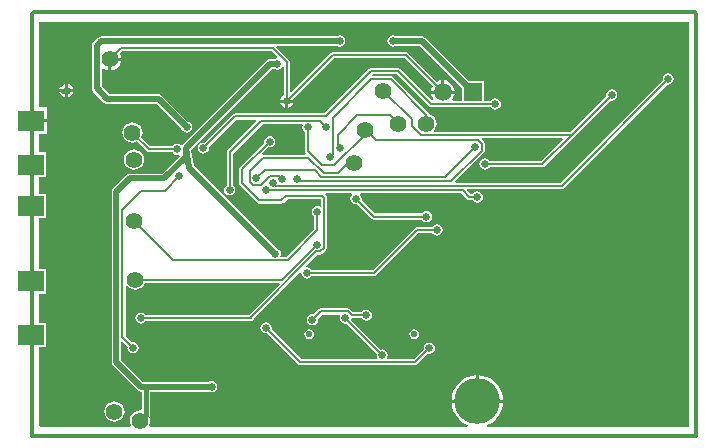
<source format=gbl>
G04 Layer_Physical_Order=2*
G04 Layer_Color=16711680*
%FSLAX25Y25*%
%MOIN*%
G70*
G01*
G75*
%ADD38C,0.00800*%
%ADD39C,0.01600*%
%ADD40C,0.02000*%
%ADD42C,0.01200*%
%ADD43R,0.09000X0.07000*%
%ADD44C,0.05512*%
%ADD45R,0.05906X0.05906*%
%ADD46C,0.05906*%
%ADD47C,0.02500*%
%ADD48C,0.02100*%
%ADD49C,0.15201*%
G36*
X325000Y102500D02*
X257829D01*
X257755Y103000D01*
X257807Y103016D01*
X259301Y103814D01*
X260611Y104889D01*
X261686Y106199D01*
X262484Y107693D01*
X262976Y109314D01*
X263093Y110500D01*
X245907D01*
X246024Y109314D01*
X246516Y107693D01*
X247314Y106199D01*
X248389Y104889D01*
X249699Y103814D01*
X251193Y103016D01*
X251245Y103000D01*
X251171Y102500D01*
X145277D01*
X145011Y103000D01*
X145270Y103624D01*
X145385Y104500D01*
X145270Y105376D01*
X145141Y105687D01*
X145319Y105954D01*
X145427Y106500D01*
X145427Y106500D01*
Y114169D01*
X165012D01*
X165178Y114057D01*
X165900Y113914D01*
X166622Y114057D01*
X167234Y114466D01*
X167643Y115078D01*
X167786Y115800D01*
X167643Y116522D01*
X167234Y117134D01*
X166622Y117543D01*
X165900Y117686D01*
X165178Y117543D01*
X165012Y117431D01*
X143176D01*
X135831Y124776D01*
Y130573D01*
X136293Y130765D01*
X137888Y129171D01*
X137814Y128800D01*
X137957Y128078D01*
X138366Y127466D01*
X138978Y127057D01*
X139700Y126914D01*
X140422Y127057D01*
X141034Y127466D01*
X141443Y128078D01*
X141586Y128800D01*
X141443Y129522D01*
X141034Y130134D01*
X140422Y130543D01*
X139700Y130686D01*
X139329Y130613D01*
X137220Y132722D01*
Y149441D01*
X137720Y149611D01*
X138107Y149107D01*
X138808Y148569D01*
X139624Y148231D01*
X140500Y148115D01*
X141376Y148231D01*
X142192Y148569D01*
X142894Y149107D01*
X143431Y149808D01*
X143710Y150480D01*
X188385D01*
X188576Y150019D01*
X178279Y139721D01*
X178211Y139620D01*
X143844D01*
X143634Y139934D01*
X143022Y140343D01*
X142300Y140486D01*
X141578Y140343D01*
X140966Y139934D01*
X140557Y139322D01*
X140414Y138600D01*
X140557Y137878D01*
X140966Y137266D01*
X141578Y136857D01*
X142300Y136714D01*
X143022Y136857D01*
X143634Y137266D01*
X143844Y137580D01*
X179000D01*
X179390Y137658D01*
X179721Y137879D01*
X179942Y138210D01*
X180014Y138572D01*
X195294Y153852D01*
X195648Y153700D01*
X195769Y153620D01*
X195907Y152929D01*
X196316Y152317D01*
X196928Y151908D01*
X197650Y151764D01*
X198371Y151908D01*
X198983Y152317D01*
X199193Y152631D01*
X220150D01*
X220540Y152708D01*
X220871Y152929D01*
X234922Y166980D01*
X239456D01*
X239666Y166666D01*
X240278Y166257D01*
X241000Y166114D01*
X241722Y166257D01*
X242334Y166666D01*
X242743Y167278D01*
X242886Y168000D01*
X242743Y168722D01*
X242334Y169334D01*
X241722Y169743D01*
X241000Y169886D01*
X240278Y169743D01*
X239666Y169334D01*
X239456Y169020D01*
X234499D01*
X234109Y168942D01*
X233778Y168721D01*
X219727Y154670D01*
X199193D01*
X198983Y154984D01*
X198371Y155393D01*
X197680Y155531D01*
X197600Y155652D01*
X197448Y156006D01*
X201272Y159830D01*
X201932D01*
X202322Y159908D01*
X202653Y160129D01*
X203971Y161447D01*
X204136Y161694D01*
X204221Y161779D01*
X204442Y162110D01*
X204520Y162500D01*
Y178600D01*
X204442Y178990D01*
X204221Y179321D01*
X203861Y179680D01*
X204069Y180180D01*
X212353D01*
X212564Y179680D01*
X212257Y179222D01*
X212114Y178500D01*
X212257Y177778D01*
X212666Y177166D01*
X213278Y176757D01*
X214000Y176614D01*
X214371Y176688D01*
X219279Y171779D01*
X219610Y171558D01*
X220000Y171480D01*
X235956D01*
X236166Y171166D01*
X236778Y170757D01*
X237500Y170614D01*
X238222Y170757D01*
X238834Y171166D01*
X239243Y171778D01*
X239386Y172500D01*
X239243Y173222D01*
X238834Y173834D01*
X238222Y174243D01*
X237500Y174386D01*
X236778Y174243D01*
X236166Y173834D01*
X235956Y173520D01*
X220422D01*
X215812Y178129D01*
X215886Y178500D01*
X215743Y179222D01*
X215436Y179680D01*
X215647Y180180D01*
X249178D01*
X251079Y178279D01*
X251410Y178058D01*
X251800Y177980D01*
X252956D01*
X253166Y177666D01*
X253778Y177257D01*
X254500Y177114D01*
X255222Y177257D01*
X255834Y177666D01*
X256243Y178278D01*
X256386Y179000D01*
X256243Y179722D01*
X255834Y180334D01*
X255222Y180743D01*
X254500Y180886D01*
X253778Y180743D01*
X253166Y180334D01*
X252956Y180020D01*
X252222D01*
X250977Y181265D01*
X251168Y181727D01*
X282547D01*
X282937Y181805D01*
X283268Y182026D01*
X317729Y216488D01*
X318100Y216414D01*
X318822Y216557D01*
X319434Y216966D01*
X319843Y217578D01*
X319986Y218300D01*
X319843Y219022D01*
X319434Y219634D01*
X318822Y220043D01*
X318100Y220186D01*
X317378Y220043D01*
X316766Y219634D01*
X316357Y219022D01*
X316214Y218300D01*
X316287Y217929D01*
X282124Y183766D01*
X247361D01*
X247170Y184228D01*
X256621Y193679D01*
X256842Y194010D01*
X256920Y194400D01*
Y196800D01*
X256842Y197190D01*
X256621Y197521D01*
X255961Y198180D01*
X256169Y198680D01*
X282785D01*
X282977Y198219D01*
X275778Y191020D01*
X258544D01*
X258334Y191334D01*
X257722Y191743D01*
X257000Y191886D01*
X256278Y191743D01*
X255666Y191334D01*
X255257Y190722D01*
X255114Y190000D01*
X255257Y189278D01*
X255666Y188666D01*
X256278Y188257D01*
X257000Y188114D01*
X257722Y188257D01*
X258334Y188666D01*
X258544Y188980D01*
X276200D01*
X276590Y189058D01*
X276921Y189279D01*
X286621Y198979D01*
X298888Y211246D01*
X299259Y211173D01*
X299981Y211316D01*
X300593Y211725D01*
X301002Y212337D01*
X301145Y213059D01*
X301002Y213781D01*
X300593Y214393D01*
X299981Y214802D01*
X299259Y214945D01*
X298537Y214802D01*
X297925Y214393D01*
X297516Y213781D01*
X297373Y213059D01*
X297446Y212688D01*
X285478Y200720D01*
X240147D01*
X239980Y201220D01*
X240431Y201808D01*
X240770Y202624D01*
X240885Y203500D01*
X240770Y204376D01*
X240431Y205192D01*
X239894Y205893D01*
X239192Y206431D01*
X238452Y206738D01*
X238442Y206790D01*
X238221Y207121D01*
X226321Y219021D01*
X225990Y219242D01*
X225600Y219320D01*
X219761D01*
X219542Y219809D01*
X219754Y220080D01*
X227478D01*
X238279Y209279D01*
X238610Y209058D01*
X239000Y208980D01*
X258943D01*
X259153Y208666D01*
X259765Y208257D01*
X260486Y208114D01*
X261208Y208257D01*
X261820Y208666D01*
X262229Y209278D01*
X262373Y210000D01*
X262229Y210722D01*
X261820Y211334D01*
X261208Y211743D01*
X260486Y211886D01*
X259765Y211743D01*
X259153Y211334D01*
X258943Y211020D01*
X256553D01*
Y217553D01*
X251754D01*
X237154Y232154D01*
X236624Y232507D01*
X236000Y232631D01*
X227288D01*
X227122Y232743D01*
X226400Y232886D01*
X225678Y232743D01*
X225066Y232334D01*
X224657Y231722D01*
X224514Y231000D01*
X224657Y230278D01*
X225066Y229666D01*
X225678Y229257D01*
X226400Y229114D01*
X227122Y229257D01*
X227288Y229369D01*
X235324D01*
X249447Y215246D01*
Y211020D01*
X246326D01*
X246079Y211520D01*
X246453Y212007D01*
X246851Y212968D01*
X246921Y213500D01*
X239079D01*
X239149Y212968D01*
X239547Y212007D01*
X239717Y211785D01*
X239496Y211252D01*
X239224Y211217D01*
X228621Y221821D01*
X228290Y222042D01*
X227900Y222120D01*
X219200D01*
X218810Y222042D01*
X218479Y221821D01*
X203528Y206870D01*
X173700D01*
X173310Y206792D01*
X172979Y206571D01*
X163521Y197113D01*
X163150Y197186D01*
X162428Y197043D01*
X161816Y196634D01*
X161407Y196022D01*
X161264Y195300D01*
X161407Y194578D01*
X161816Y193966D01*
X162428Y193557D01*
X163150Y193414D01*
X163872Y193557D01*
X164484Y193966D01*
X164893Y194578D01*
X165036Y195300D01*
X164962Y195671D01*
X174122Y204830D01*
X180785D01*
X180976Y204368D01*
X171179Y194571D01*
X170958Y194240D01*
X170880Y193850D01*
Y182944D01*
X170566Y182734D01*
X170157Y182122D01*
X170014Y181400D01*
X170157Y180678D01*
X170566Y180066D01*
X171178Y179657D01*
X171900Y179514D01*
X172622Y179657D01*
X173234Y180066D01*
X173643Y180678D01*
X173786Y181400D01*
X173643Y182122D01*
X173234Y182734D01*
X172920Y182944D01*
Y193428D01*
X182922Y203430D01*
X196067D01*
X196302Y202989D01*
X196257Y202922D01*
X196114Y202200D01*
X196257Y201478D01*
X196666Y200866D01*
X196980Y200656D01*
Y194245D01*
X197058Y193855D01*
X197215Y193620D01*
X197053Y193120D01*
X183074D01*
X182850Y193583D01*
X182848Y193601D01*
X184935Y195687D01*
X185306Y195614D01*
X186027Y195757D01*
X186639Y196166D01*
X187048Y196778D01*
X187192Y197500D01*
X187048Y198222D01*
X186639Y198834D01*
X186027Y199243D01*
X185306Y199386D01*
X184584Y199243D01*
X183972Y198834D01*
X183563Y198222D01*
X183419Y197500D01*
X183493Y197129D01*
X175279Y188915D01*
X175058Y188585D01*
X174980Y188194D01*
Y183600D01*
X175058Y183210D01*
X175279Y182879D01*
X181029Y177129D01*
X181360Y176908D01*
X181750Y176830D01*
X189200D01*
X189590Y176908D01*
X189921Y177129D01*
X191222Y178430D01*
X202228D01*
X202480Y178178D01*
Y176000D01*
X202039Y175764D01*
X201922Y175843D01*
X201200Y175986D01*
X200478Y175843D01*
X199866Y175434D01*
X199457Y174822D01*
X199314Y174100D01*
X199457Y173378D01*
X199866Y172766D01*
X200180Y172556D01*
Y168293D01*
X190807Y158920D01*
X189083D01*
X188847Y159361D01*
X188892Y159429D01*
X189036Y160150D01*
X188892Y160872D01*
X188483Y161484D01*
X187871Y161893D01*
X187675Y161932D01*
X160015Y189592D01*
X159108Y194649D01*
X186189Y221730D01*
X186973D01*
X187139Y221618D01*
X187861Y221475D01*
X188583Y221618D01*
X189195Y222027D01*
X189480Y222455D01*
X189980Y222303D01*
Y213025D01*
X189378Y212622D01*
X188881Y211878D01*
X188805Y211500D01*
X193195D01*
X193153Y211711D01*
X206722Y225280D01*
X230278D01*
X239555Y216003D01*
X239547Y215993D01*
X239149Y215032D01*
X239079Y214500D01*
X242500D01*
Y217921D01*
X241968Y217851D01*
X241007Y217453D01*
X240997Y217445D01*
X231421Y227021D01*
X231090Y227242D01*
X230700Y227320D01*
X206300D01*
X205910Y227242D01*
X205579Y227021D01*
X192482Y213924D01*
X192020Y214115D01*
Y224000D01*
X191942Y224390D01*
X191721Y224721D01*
X187535Y228907D01*
X187727Y229369D01*
X207677D01*
X207843Y229257D01*
X208565Y229114D01*
X209287Y229257D01*
X209899Y229666D01*
X210308Y230278D01*
X210451Y231000D01*
X210308Y231722D01*
X209899Y232334D01*
X209287Y232743D01*
X208565Y232886D01*
X207843Y232743D01*
X207677Y232631D01*
X129200D01*
X128576Y232507D01*
X128047Y232154D01*
X126446Y230554D01*
X126093Y230024D01*
X125969Y229400D01*
Y215200D01*
X126093Y214576D01*
X126446Y214047D01*
X130046Y210447D01*
X130576Y210093D01*
X131200Y209969D01*
X147624D01*
X155818Y201775D01*
X155857Y201578D01*
X156266Y200966D01*
X156878Y200557D01*
X157600Y200414D01*
X158322Y200557D01*
X158934Y200966D01*
X159343Y201578D01*
X159486Y202300D01*
X159343Y203022D01*
X158934Y203634D01*
X158322Y204043D01*
X158125Y204082D01*
X149453Y212754D01*
X148924Y213107D01*
X148300Y213231D01*
X131876D01*
X129231Y215876D01*
Y221760D01*
X129731Y222007D01*
X130106Y221719D01*
X131019Y221341D01*
X131500Y221277D01*
Y225000D01*
X132000D01*
Y225500D01*
X135722D01*
X135659Y225980D01*
X135297Y226855D01*
X136122Y227680D01*
X185878D01*
X187835Y225724D01*
X187646Y225205D01*
X187139Y225104D01*
X186973Y224992D01*
X185513D01*
X184889Y224868D01*
X184360Y224515D01*
X156292Y196447D01*
X156087Y196352D01*
X155673Y196344D01*
X155609Y196384D01*
X155222Y196643D01*
X154500Y196786D01*
X153778Y196643D01*
X153166Y196234D01*
X152956Y195920D01*
X145522D01*
X142491Y198951D01*
X142770Y199624D01*
X142885Y200500D01*
X142770Y201376D01*
X142431Y202192D01*
X141893Y202893D01*
X141192Y203431D01*
X140376Y203769D01*
X139500Y203885D01*
X138624Y203769D01*
X137808Y203431D01*
X137107Y202893D01*
X136569Y202192D01*
X136231Y201376D01*
X136115Y200500D01*
X136231Y199624D01*
X136569Y198808D01*
X137107Y198107D01*
X137808Y197569D01*
X138624Y197231D01*
X139500Y197115D01*
X140376Y197231D01*
X141049Y197509D01*
X144379Y194179D01*
X144710Y193958D01*
X145100Y193880D01*
X152956D01*
X153166Y193566D01*
X153778Y193157D01*
X154500Y193014D01*
X154999Y193113D01*
X155245Y192652D01*
X149424Y186831D01*
X138600D01*
X137976Y186707D01*
X137446Y186354D01*
X133046Y181954D01*
X132693Y181424D01*
X132569Y180800D01*
Y124100D01*
X132693Y123476D01*
X133046Y122947D01*
X141347Y114646D01*
X141876Y114293D01*
X142500Y114169D01*
X142573D01*
Y108189D01*
X142197Y107859D01*
X142000Y107885D01*
X141124Y107770D01*
X140308Y107431D01*
X139606Y106894D01*
X139069Y106192D01*
X138731Y105376D01*
X138615Y104500D01*
X138731Y103624D01*
X138989Y103000D01*
X138723Y102500D01*
X108653D01*
X108462Y102962D01*
X108500Y103000D01*
Y128892D01*
X110730D01*
Y137092D01*
X108500D01*
Y146832D01*
X110685D01*
Y155032D01*
X108500D01*
Y171892D01*
X110730D01*
Y180092D01*
X108500D01*
Y185703D01*
X110677D01*
Y193903D01*
X108500D01*
Y199968D01*
X111055D01*
Y203968D01*
X105555D01*
Y204968D01*
X111055D01*
Y208968D01*
X108500D01*
Y237500D01*
X325000D01*
Y102500D01*
D02*
G37*
%LPC*%
G36*
X198492Y134903D02*
X197848Y134775D01*
X197302Y134410D01*
X196938Y133865D01*
X196810Y133221D01*
X196938Y132577D01*
X197302Y132031D01*
X197848Y131667D01*
X198492Y131538D01*
X199136Y131667D01*
X199682Y132031D01*
X200046Y132577D01*
X200174Y133221D01*
X200046Y133865D01*
X199682Y134410D01*
X199136Y134775D01*
X198492Y134903D01*
D02*
G37*
G36*
X211432Y141870D02*
X202250D01*
X201860Y141792D01*
X201529Y141571D01*
X199871Y139912D01*
X199500Y139986D01*
X198778Y139843D01*
X198166Y139434D01*
X197757Y138822D01*
X197614Y138100D01*
X197757Y137378D01*
X198166Y136766D01*
X198778Y136357D01*
X199500Y136214D01*
X200222Y136357D01*
X200834Y136766D01*
X201243Y137378D01*
X201386Y138100D01*
X201312Y138471D01*
X202672Y139830D01*
X208567D01*
X208803Y139389D01*
X208757Y139322D01*
X208614Y138600D01*
X208757Y137878D01*
X209166Y137266D01*
X209778Y136857D01*
X210500Y136714D01*
X210871Y136787D01*
X220988Y126671D01*
X220914Y126300D01*
X221057Y125578D01*
X221163Y125420D01*
X220896Y124920D01*
X195922D01*
X185812Y135029D01*
X185886Y135400D01*
X185743Y136122D01*
X185334Y136734D01*
X184722Y137143D01*
X184000Y137286D01*
X183278Y137143D01*
X182666Y136734D01*
X182257Y136122D01*
X182114Y135400D01*
X182257Y134678D01*
X182666Y134066D01*
X183278Y133657D01*
X184000Y133514D01*
X184371Y133588D01*
X194779Y123179D01*
X195110Y122958D01*
X195500Y122880D01*
X233800D01*
X234190Y122958D01*
X234521Y123179D01*
X238129Y126787D01*
X238500Y126714D01*
X239222Y126857D01*
X239834Y127266D01*
X240243Y127878D01*
X240386Y128600D01*
X240243Y129322D01*
X239834Y129934D01*
X239222Y130343D01*
X238500Y130486D01*
X237778Y130343D01*
X237166Y129934D01*
X236757Y129322D01*
X236614Y128600D01*
X236687Y128229D01*
X233378Y124920D01*
X224704D01*
X224437Y125420D01*
X224543Y125578D01*
X224686Y126300D01*
X224543Y127022D01*
X224134Y127634D01*
X223522Y128043D01*
X222800Y128186D01*
X222429Y128112D01*
X212419Y138123D01*
X212663Y138584D01*
X212682Y138580D01*
X215956D01*
X216166Y138266D01*
X216778Y137857D01*
X217500Y137714D01*
X218222Y137857D01*
X218834Y138266D01*
X219243Y138878D01*
X219386Y139600D01*
X219243Y140322D01*
X218834Y140934D01*
X218222Y141343D01*
X217500Y141486D01*
X216778Y141343D01*
X216166Y140934D01*
X215956Y140620D01*
X213104D01*
X212153Y141571D01*
X211822Y141792D01*
X211432Y141870D01*
D02*
G37*
G36*
X140000Y194885D02*
X139124Y194770D01*
X138308Y194431D01*
X137607Y193894D01*
X137069Y193192D01*
X136731Y192376D01*
X136615Y191500D01*
X136731Y190624D01*
X137069Y189808D01*
X137607Y189107D01*
X138308Y188569D01*
X139124Y188231D01*
X140000Y188115D01*
X140876Y188231D01*
X141692Y188569D01*
X142394Y189107D01*
X142931Y189808D01*
X143270Y190624D01*
X143385Y191500D01*
X143270Y192376D01*
X142931Y193192D01*
X142394Y193894D01*
X141692Y194431D01*
X140876Y194770D01*
X140000Y194885D01*
D02*
G37*
G36*
X233488Y134895D02*
X232844Y134767D01*
X232298Y134402D01*
X231933Y133856D01*
X231805Y133212D01*
X231933Y132569D01*
X232298Y132023D01*
X232844Y131658D01*
X233488Y131530D01*
X234132Y131658D01*
X234677Y132023D01*
X235042Y132569D01*
X235170Y133212D01*
X235042Y133856D01*
X234677Y134402D01*
X234132Y134767D01*
X233488Y134895D01*
D02*
G37*
G36*
X133500Y110885D02*
X132624Y110769D01*
X131808Y110431D01*
X131106Y109894D01*
X130569Y109192D01*
X130230Y108376D01*
X130115Y107500D01*
X130230Y106624D01*
X130569Y105808D01*
X131106Y105106D01*
X131808Y104569D01*
X132624Y104230D01*
X133500Y104115D01*
X134376Y104230D01*
X135192Y104569D01*
X135893Y105106D01*
X136431Y105808D01*
X136769Y106624D01*
X136885Y107500D01*
X136769Y108376D01*
X136431Y109192D01*
X135893Y109894D01*
X135192Y110431D01*
X134376Y110769D01*
X133500Y110885D01*
D02*
G37*
G36*
X254000Y119593D02*
X252814Y119476D01*
X251193Y118984D01*
X249699Y118186D01*
X248389Y117111D01*
X247314Y115801D01*
X246516Y114307D01*
X246024Y112686D01*
X245907Y111500D01*
X254000D01*
Y119593D01*
D02*
G37*
G36*
X255000D02*
Y111500D01*
X263093D01*
X262976Y112686D01*
X262484Y114307D01*
X261686Y115801D01*
X260611Y117111D01*
X259301Y118186D01*
X257807Y118984D01*
X256186Y119476D01*
X255000Y119593D01*
D02*
G37*
G36*
X190500Y210500D02*
X188805D01*
X188881Y210122D01*
X189378Y209378D01*
X190122Y208880D01*
X190500Y208805D01*
Y210500D01*
D02*
G37*
G36*
X117153Y216695D02*
X116775Y216619D01*
X116031Y216122D01*
X115726Y215667D01*
X115491Y215509D01*
X115181Y215046D01*
X115172Y215000D01*
X117153D01*
Y216695D01*
D02*
G37*
G36*
X118153D02*
Y215000D01*
X119847D01*
X119772Y215378D01*
X119275Y216122D01*
X118531Y216619D01*
X118153Y216695D01*
D02*
G37*
G36*
X135722Y224500D02*
X132500D01*
Y221277D01*
X132981Y221341D01*
X133894Y221719D01*
X134679Y222321D01*
X135281Y223106D01*
X135659Y224020D01*
X135722Y224500D01*
D02*
G37*
G36*
X243500Y217921D02*
Y214500D01*
X246921D01*
X246851Y215032D01*
X246453Y215993D01*
X245819Y216819D01*
X244993Y217453D01*
X244032Y217851D01*
X243500Y217921D01*
D02*
G37*
G36*
X193195Y210500D02*
X191500D01*
Y208805D01*
X191878Y208880D01*
X192622Y209378D01*
X193120Y210122D01*
X193195Y210500D01*
D02*
G37*
G36*
X117153Y214000D02*
X115172D01*
X115181Y213954D01*
X115491Y213491D01*
X115726Y213333D01*
X116031Y212878D01*
X116775Y212381D01*
X117153Y212305D01*
Y214000D01*
D02*
G37*
G36*
X119847D02*
X118153D01*
Y212305D01*
X118531Y212381D01*
X119275Y212878D01*
X119772Y213622D01*
X119847Y214000D01*
D02*
G37*
%LPD*%
D38*
X214000Y178500D02*
X220000Y172500D01*
X237500D01*
X234499Y168000D02*
X241000D01*
X220150Y153650D02*
X234499Y168000D01*
X251800Y179000D02*
X254500D01*
X276200Y190000D02*
X285900Y199700D01*
X257000Y190000D02*
X276200D01*
X249600Y181200D02*
X251800Y179000D01*
X197650Y153650D02*
X220150D01*
X200850Y160850D02*
X201932D01*
X179000Y139000D02*
X200850Y160850D01*
X201932D02*
X203250Y162168D01*
Y162250D01*
X203500Y162500D01*
Y178600D01*
X199500Y138100D02*
X202250Y140850D01*
X211432D01*
X212682Y139600D01*
X217500D01*
X233800Y123900D02*
X238500Y128600D01*
X195500Y123900D02*
X233800D01*
X184000Y135400D02*
X195500Y123900D01*
X282547Y182747D02*
X318100Y218300D01*
X187253Y182747D02*
X282547D01*
X186425Y183575D02*
X187253Y182747D01*
X239000Y210000D02*
X260486D01*
X227900Y221100D02*
X239000Y210000D01*
X219200Y221100D02*
X227900D01*
X203950Y205850D02*
X219200Y221100D01*
X173700Y205850D02*
X203950D01*
X163150Y195300D02*
X173700Y205850D01*
X150400Y181100D02*
X155200Y185900D01*
X142500Y181100D02*
X150400D01*
X136200Y174800D02*
X142500Y181100D01*
X136200Y132300D02*
Y174800D01*
Y132300D02*
X139700Y128800D01*
X191000Y211000D02*
X206300Y226300D01*
X230700D01*
X243000Y214000D01*
X191000Y211000D02*
Y224000D01*
X186300Y228700D02*
X191000Y224000D01*
X135700Y228700D02*
X186300D01*
X132000Y225000D02*
X135700Y228700D01*
X201950Y204450D02*
X204000Y202400D01*
X182500Y204450D02*
X201950D01*
X171900Y193850D02*
X182500Y204450D01*
X171900Y181400D02*
Y193850D01*
X184000Y181200D02*
X249600D01*
X243650Y185650D02*
X253600Y195600D01*
X202516Y185650D02*
X243650D01*
X200216Y187950D02*
X202516Y185650D01*
X183600Y187950D02*
X200216D01*
X180850Y185200D02*
X183600Y187950D01*
X176000Y188194D02*
X185306Y197500D01*
X176000Y183600D02*
Y188194D01*
Y183600D02*
X181750Y177850D01*
X189200D01*
X190800Y179450D01*
X202650D01*
X203500Y178600D01*
X142300Y138600D02*
X179000D01*
X145100Y194900D02*
X154500D01*
X139500Y200500D02*
X145100Y194900D01*
X210500Y138600D02*
X222800Y126300D01*
X207956Y196256D02*
Y199756D01*
X214400Y206200D01*
X225300D01*
X228000Y203500D01*
X203215Y187050D02*
X208050D01*
X198165Y192100D02*
X203215Y187050D01*
X182900Y192100D02*
X198165D01*
X178600Y187800D02*
X182900Y192100D01*
X178600Y184000D02*
Y187800D01*
Y184000D02*
X179650Y182950D01*
X182400D01*
X185450Y186000D01*
X188400D01*
X189400Y185000D01*
Y151500D02*
X201000Y163100D01*
X198000Y194245D02*
Y202200D01*
Y194245D02*
X202645Y189600D01*
X206850D01*
X217000Y201500D02*
X220600Y197900D01*
X254800D01*
X255900Y196800D01*
Y194400D02*
Y196800D01*
X245750Y184250D02*
X255900Y194400D01*
X195050Y184250D02*
X245750D01*
X194300Y185000D02*
X195050Y184250D01*
X201200Y167871D02*
Y174100D01*
X191229Y157900D02*
X201200Y167871D01*
X153100Y157900D02*
X191229D01*
X140000Y171000D02*
X153100Y157900D01*
X140500Y151500D02*
X189400D01*
X205400Y192300D02*
X206279Y193179D01*
Y205379D01*
X219200Y218300D01*
X225600D01*
X237500Y206400D01*
Y203500D02*
Y206400D01*
X285900Y199700D02*
X299259Y213059D01*
X235600Y199700D02*
X285900D01*
X232556Y202744D02*
X235600Y199700D01*
X232556Y202744D02*
Y204944D01*
X223000Y214500D02*
X232556Y204944D01*
X206850Y189600D02*
X217000Y199750D01*
Y201500D01*
X207956Y196044D02*
X208800Y195200D01*
X208050Y187050D02*
X213500Y192500D01*
D39*
X116500Y214500D02*
X117653D01*
X144000Y106500D02*
Y115800D01*
X142000Y104500D02*
X144000Y106500D01*
D40*
X236000Y231000D02*
X253000Y214000D01*
X226400Y231000D02*
X236000D01*
X129200D02*
X208565D01*
X127600Y229400D02*
X129200Y231000D01*
X127600Y215200D02*
Y229400D01*
Y215200D02*
X131200Y211600D01*
X148300D01*
X157600Y202300D01*
X185513Y223361D02*
X187861D01*
X157352Y195200D02*
X185513Y223361D01*
X157352Y195200D02*
X158500Y188800D01*
X187150Y160150D01*
X157352Y192452D02*
Y195200D01*
X150100Y185200D02*
X157352Y192452D01*
X138600Y185200D02*
X150100D01*
X134200Y180800D02*
X138600Y185200D01*
X134200Y124100D02*
Y180800D01*
Y124100D02*
X142500Y115800D01*
X154000D02*
X165900D01*
X142500D02*
X144000D01*
X154000D01*
D42*
X106570Y240570D02*
X326930D01*
X106000Y240000D02*
X106570Y240570D01*
X106000Y99500D02*
Y240000D01*
X327500Y99500D02*
Y240000D01*
X106000Y99500D02*
X327500D01*
D43*
X105577Y189803D02*
D03*
X105585Y150932D02*
D03*
X105630Y175992D02*
D03*
X105555Y204468D02*
D03*
X105630Y132992D02*
D03*
D44*
X223000Y214500D02*
D03*
X132000Y225000D02*
D03*
X133500Y107500D02*
D03*
X213500Y190500D02*
D03*
X217000Y201500D02*
D03*
X139500Y200500D02*
D03*
X237500Y203500D02*
D03*
X228000D02*
D03*
X140500Y151500D02*
D03*
X140000Y171000D02*
D03*
Y191500D02*
D03*
X142000Y104500D02*
D03*
D45*
X253000Y214000D02*
D03*
D46*
X243000D02*
D03*
D47*
X237500Y172500D02*
D03*
X241000Y168000D02*
D03*
X214000Y178500D02*
D03*
X254500Y179000D02*
D03*
X257000Y190000D02*
D03*
X197650Y153650D02*
D03*
X199500Y138100D02*
D03*
X217500Y139600D02*
D03*
X184000Y135400D02*
D03*
X117653Y214500D02*
D03*
X238500Y128600D02*
D03*
X318100Y218300D02*
D03*
X186425Y183575D02*
D03*
X260486Y210000D02*
D03*
X163150Y195300D02*
D03*
X155200Y185900D02*
D03*
X139700Y128800D02*
D03*
X191000Y211000D02*
D03*
X204000Y202400D02*
D03*
X171900Y181400D02*
D03*
X184000Y181200D02*
D03*
X253600Y195600D02*
D03*
X180850Y185200D02*
D03*
X185306Y197500D02*
D03*
X142300Y138600D02*
D03*
X154500Y194900D02*
D03*
X210500Y138600D02*
D03*
X222800Y126300D02*
D03*
X189400Y185000D02*
D03*
X198000Y202200D02*
D03*
X194300Y185000D02*
D03*
X201200Y174100D02*
D03*
X226400Y231000D02*
D03*
X208565D02*
D03*
X157600Y202300D02*
D03*
X187150Y160150D02*
D03*
X187861Y223361D02*
D03*
X165900Y115800D02*
D03*
X201000Y163100D02*
D03*
X205400Y192300D02*
D03*
X299259Y213059D02*
D03*
X208800Y195200D02*
D03*
D48*
X198492Y133221D02*
D03*
X233488Y133212D02*
D03*
D49*
X254500Y111000D02*
D03*
M02*

</source>
